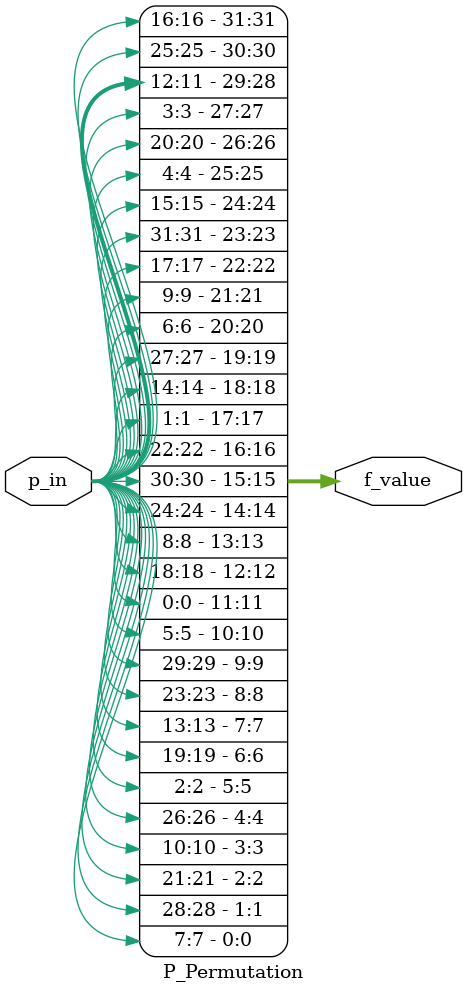
<source format=v>
module P_Permutation (input wire [31:0] p_in,
                      output wire [31:0] f_value);
  assign f_value = {p_in[16], p_in[25], p_in[12], p_in[11], p_in[3], p_in[20], p_in[4], p_in[15], p_in[31], p_in[17], p_in[9], p_in[6], p_in[27], p_in[14], p_in[1], p_in[22], p_in[30], p_in[24], p_in[8], p_in[18], p_in[0], p_in[5], p_in[29], p_in[23], p_in[13], p_in[19], p_in[2], p_in[26], p_in[10], p_in[21], p_in[28], p_in[7]};
endmodule

</source>
